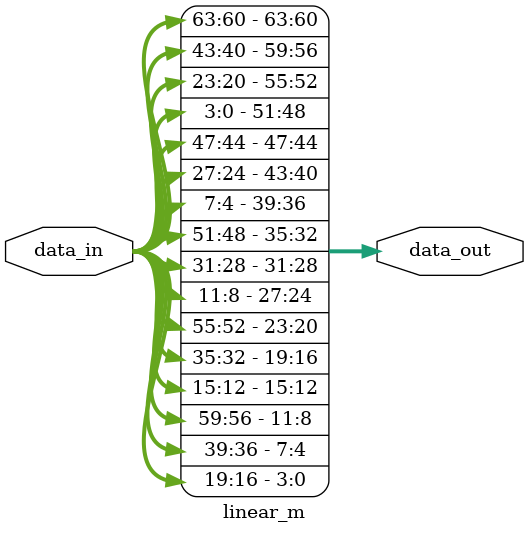
<source format=v>
`timescale 1ns / 1ps
module linear_m(data_in,data_out);
	input [63:0] data_in;
	output [63:0] data_out;
//	wire [63:0] m_out;
   
//	linear_mprime m_2(data_in,m_out);
	
	assign data_out[63:60] = data_in[63:60];
	assign data_out[59:56] = data_in[43:40];
	assign data_out[55:52] = data_in[23:20];
	assign data_out[51:48] = data_in[3:0];
	assign data_out[47:44] = data_in[47:44];
	assign data_out[43:40] = data_in[27:24];
	assign data_out[39:36] = data_in[7:4];
	assign data_out[35:32] = data_in[51:48];
	assign data_out[31:28] = data_in[31:28];
	assign data_out[27:24] = data_in[11:8];
	assign data_out[23:20] = data_in[55:52];
	assign data_out[19:16] = data_in[35:32];
	assign data_out[15:12] = data_in[15:12];
	assign data_out[11:8]  = data_in[59:56];
	assign data_out[7:4]   = data_in[39:36];
	assign data_out[3:0]   = data_in[19:16];
endmodule

</source>
